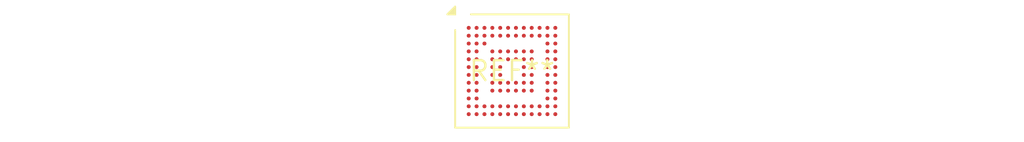
<source format=kicad_pcb>
(kicad_pcb (version 20240108) (generator pcbnew)
  (layers (0 "F.Cu" signal) (31 "B.Cu" signal) (34 "B.Paste" user) (35 "F.Paste" user) (36 "B.SilkS" user "B.Silkscreen") (37 "F.SilkS" user "F.Silkscreen") (38 "B.Mask" user) (39 "F.Mask" user) (44 "Edge.Cuts" user))
  (net 0 "")
  (footprint "Texas_MicroStar_Junior_BGA-113_7.0x7.0mm_Layout12x12_P0.5mm" (layer "F.Cu") (at 0 0)
    (property "Reference" "REF**")
    (property "Value" "Texas_MicroStar_Junior_BGA-113_7.0x7.0mm_Layout12x12_P0.5mm")
    (fp_line (start -3.61 3.61) (end -3.61 -2.61) (layer "F.SilkS") (stroke (width 0.12)))
    (fp_line (start -2.61 -3.61) (end 3.61 -3.61) (layer "F.SilkS") (stroke (width 0.12)))
    (fp_line (start 3.61 -3.61) (end 3.61 3.61) (layer "F.SilkS") (stroke (width 0.12)))
    (fp_line (start 3.61 3.61) (end -3.61 3.61) (layer "F.SilkS") (stroke (width 0.12)))
    (fp_poly (pts (xy -3.61 -3.61) (xy -4.11 -3.61) (xy -3.61 -4.11) (xy -3.61 -3.61)) (layer "F.SilkS") (stroke (width 0.12)) (fill solid))
    (pad "A1" smd circle (at -2.75 -2.75) (size 0.25 0.25) (property pad_prop_bga) (layers "F.Cu" "F.Paste" "F.Mask"))
    (pad "A2" smd circle (at -2.25 -2.75) (size 0.25 0.25) (property pad_prop_bga) (layers "F.Cu" "F.Paste" "F.Mask"))
    (pad "A3" smd circle (at -1.75 -2.75) (size 0.25 0.25) (property pad_prop_bga) (layers "F.Cu" "F.Paste" "F.Mask"))
    (pad "A4" smd circle (at -1.25 -2.75) (size 0.25 0.25) (property pad_prop_bga) (layers "F.Cu" "F.Paste" "F.Mask"))
    (pad "A5" smd circle (at -0.75 -2.75) (size 0.25 0.25) (property pad_prop_bga) (layers "F.Cu" "F.Paste" "F.Mask"))
    (pad "A6" smd circle (at -0.25 -2.75) (size 0.25 0.25) (property pad_prop_bga) (layers "F.Cu" "F.Paste" "F.Mask"))
    (pad "A7" smd circle (at 0.25 -2.75) (size 0.25 0.25) (property pad_prop_bga) (layers "F.Cu" "F.Paste" "F.Mask"))
    (pad "A8" smd circle (at 0.75 -2.75) (size 0.25 0.25) (property pad_prop_bga) (layers "F.Cu" "F.Paste" "F.Mask"))
    (pad "A9" smd circle (at 1.25 -2.75) (size 0.25 0.25) (property pad_prop_bga) (layers "F.Cu" "F.Paste" "F.Mask"))
    (pad "A10" smd circle (at 1.75 -2.75) (size 0.25 0.25) (property pad_prop_bga) (layers "F.Cu" "F.Paste" "F.Mask"))
    (pad "A11" smd circle (at 2.25 -2.75) (size 0.25 0.25) (property pad_prop_bga) (layers "F.Cu" "F.Paste" "F.Mask"))
    (pad "A12" smd circle (at 2.75 -2.75) (size 0.25 0.25) (property pad_prop_bga) (layers "F.Cu" "F.Paste" "F.Mask"))
    (pad "B1" smd circle (at -2.75 -2.25) (size 0.25 0.25) (property pad_prop_bga) (layers "F.Cu" "F.Paste" "F.Mask"))
    (pad "B2" smd circle (at -2.25 -2.25) (size 0.25 0.25) (property pad_prop_bga) (layers "F.Cu" "F.Paste" "F.Mask"))
    (pad "B3" smd circle (at -1.75 -2.25) (size 0.25 0.25) (property pad_prop_bga) (layers "F.Cu" "F.Paste" "F.Mask"))
    (pad "B4" smd circle (at -1.25 -2.25) (size 0.25 0.25) (property pad_prop_bga) (layers "F.Cu" "F.Paste" "F.Mask"))
    (pad "B5" smd circle (at -0.75 -2.25) (size 0.25 0.25) (property pad_prop_bga) (layers "F.Cu" "F.Paste" "F.Mask"))
    (pad "B6" smd circle (at -0.25 -2.25) (size 0.25 0.25) (property pad_prop_bga) (layers "F.Cu" "F.Paste" "F.Mask"))
    (pad "B7" smd circle (at 0.25 -2.25) (size 0.25 0.25) (property pad_prop_bga) (layers "F.Cu" "F.Paste" "F.Mask"))
    (pad "B8" smd circle (at 0.75 -2.25) (size 0.25 0.25) (property pad_prop_bga) (layers "F.Cu" "F.Paste" "F.Mask"))
    (pad "B9" smd circle (at 1.25 -2.25) (size 0.25 0.25) (property pad_prop_bga) (layers "F.Cu" "F.Paste" "F.Mask"))
    (pad "B10" smd circle (at 1.75 -2.25) (size 0.25 0.25) (property pad_prop_bga) (layers "F.Cu" "F.Paste" "F.Mask"))
    (pad "B11" smd circle (at 2.25 -2.25) (size 0.25 0.25) (property pad_prop_bga) (layers "F.Cu" "F.Paste" "F.Mask"))
    (pad "B12" smd circle (at 2.75 -2.25) (size 0.25 0.25) (property pad_prop_bga) (layers "F.Cu" "F.Paste" "F.Mask"))
    (pad "C1" smd circle (at -2.75 -1.75) (size 0.25 0.25) (property pad_prop_bga) (layers "F.Cu" "F.Paste" "F.Mask"))
    (pad "C2" smd circle (at -2.25 -1.75) (size 0.25 0.25) (property pad_prop_bga) (layers "F.Cu" "F.Paste" "F.Mask"))
    (pad "C3" smd circle (at -1.75 -1.75) (size 0.25 0.25) (property pad_prop_bga) (layers "F.Cu" "F.Paste" "F.Mask"))
    (pad "C11" smd circle (at 2.25 -1.75) (size 0.25 0.25) (property pad_prop_bga) (layers "F.Cu" "F.Paste" "F.Mask"))
    (pad "C12" smd circle (at 2.75 -1.75) (size 0.25 0.25) (property pad_prop_bga) (layers "F.Cu" "F.Paste" "F.Mask"))
    (pad "D1" smd circle (at -2.75 -1.25) (size 0.25 0.25) (property pad_prop_bga) (layers "F.Cu" "F.Paste" "F.Mask"))
    (pad "D2" smd circle (at -2.25 -1.25) (size 0.25 0.25) (property pad_prop_bga) (layers "F.Cu" "F.Paste" "F.Mask"))
    (pad "D4" smd circle (at -1.25 -1.25) (size 0.25 0.25) (property pad_prop_bga) (layers "F.Cu" "F.Paste" "F.Mask"))
    (pad "D5" smd circle (at -0.75 -1.25) (size 0.25 0.25) (property pad_prop_bga) (layers "F.Cu" "F.Paste" "F.Mask"))
    (pad "D6" smd circle (at -0.25 -1.25) (size 0.25 0.25) (property pad_prop_bga) (layers "F.Cu" "F.Paste" "F.Mask"))
    (pad "D7" smd circle (at 0.25 -1.25) (size 0.25 0.25) (property pad_prop_bga) (layers "F.Cu" "F.Paste" "F.Mask"))
    (pad "D8" smd circle (at 0.75 -1.25) (size 0.25 0.25) (property pad_prop_bga) (layers "F.Cu" "F.Paste" "F.Mask"))
    (pad "D9" smd circle (at 1.25 -1.25) (size 0.25 0.25) (property pad_prop_bga) (layers "F.Cu" "F.Paste" "F.Mask"))
    (pad "D11" smd circle (at 2.25 -1.25) (size 0.25 0.25) (property pad_prop_bga) (layers "F.Cu" "F.Paste" "F.Mask"))
    (pad "D12" smd circle (at 2.75 -1.25) (size 0.25 0.25) (property pad_prop_bga) (layers "F.Cu" "F.Paste" "F.Mask"))
    (pad "E1" smd circle (at -2.75 -0.75) (size 0.25 0.25) (property pad_prop_bga) (layers "F.Cu" "F.Paste" "F.Mask"))
    (pad "E2" smd circle (at -2.25 -0.75) (size 0.25 0.25) (property pad_prop_bga) (layers "F.Cu" "F.Paste" "F.Mask"))
    (pad "E4" smd circle (at -1.25 -0.75) (size 0.25 0.25) (property pad_prop_bga) (layers "F.Cu" "F.Paste" "F.Mask"))
    (pad "E5" smd circle (at -0.75 -0.75) (size 0.25 0.25) (property pad_prop_bga) (layers "F.Cu" "F.Paste" "F.Mask"))
    (pad "E6" smd circle (at -0.25 -0.75) (size 0.25 0.25) (property pad_prop_bga) (layers "F.Cu" "F.Paste" "F.Mask"))
    (pad "E7" smd circle (at 0.25 -0.75) (size 0.25 0.25) (property pad_prop_bga) (layers "F.Cu" "F.Paste" "F.Mask"))
    (pad "E8" smd circle (at 0.75 -0.75) (size 0.25 0.25) (property pad_prop_bga) (layers "F.Cu" "F.Paste" "F.Mask"))
    (pad "E9" smd circle (at 1.25 -0.75) (size 0.25 0.25) (property pad_prop_bga) (layers "F.Cu" "F.Paste" "F.Mask"))
    (pad "E11" smd circle (at 2.25 -0.75) (size 0.25 0.25) (property pad_prop_bga) (layers "F.Cu" "F.Paste" "F.Mask"))
    (pad "E12" smd circle (at 2.75 -0.75) (size 0.25 0.25) (property pad_prop_bga) (layers "F.Cu" "F.Paste" "F.Mask"))
    (pad "F1" smd circle (at -2.75 -0.25) (size 0.25 0.25) (property pad_prop_bga) (layers "F.Cu" "F.Paste" "F.Mask"))
    (pad "F2" smd circle (at -2.25 -0.25) (size 0.25 0.25) (property pad_prop_bga) (layers "F.Cu" "F.Paste" "F.Mask"))
    (pad "F4" smd circle (at -1.25 -0.25) (size 0.25 0.25) (property pad_prop_bga) (layers "F.Cu" "F.Paste" "F.Mask"))
    (pad "F5" smd circle (at -0.75 -0.25) (size 0.25 0.25) (property pad_prop_bga) (layers "F.Cu" "F.Paste" "F.Mask"))
    (pad "F8" smd circle (at 0.75 -0.25) (size 0.25 0.25) (property pad_prop_bga) (layers "F.Cu" "F.Paste" "F.Mask"))
    (pad "F9" smd circle (at 1.25 -0.25) (size 0.25 0.25) (property pad_prop_bga) (layers "F.Cu" "F.Paste" "F.Mask"))
    (pad "F11" smd circle (at 2.25 -0.25) (size 0.25 0.25) (property pad_prop_bga) (layers "F.Cu" "F.Paste" "F.Mask"))
    (pad "F12" smd circle (at 2.75 -0.25) (size 0.25 0.25) (property pad_prop_bga) (layers "F.Cu" "F.Paste" "F.Mask"))
    (pad "G1" smd circle (at -2.75 0.25) (size 0.25 0.25) (property pad_prop_bga) (layers "F.Cu" "F.Paste" "F.Mask"))
    (pad "G2" smd circle (at -2.25 0.25) (size 0.25 0.25) (property pad_prop_bga) (layers "F.Cu" "F.Paste" "F.Mask"))
    (pad "G4" smd circle (at -1.25 0.25) (size 0.25 0.25) (property pad_prop_bga) (layers "F.Cu" "F.Paste" "F.Mask"))
    (pad "G5" smd circle (at -0.75 0.25) (size 0.25 0.25) (property pad_prop_bga) (layers "F.Cu" "F.Paste" "F.Mask"))
    (pad "G8" smd circle (at 0.75 0.25) (size 0.25 0.25) (property pad_prop_bga) (layers "F.Cu" "F.Paste" "F.Mask"))
    (pad "G9" smd circle (at 1.25 0.25) (size 0.25 0.25) (property pad_prop_bga) (layers "F.Cu" "F.Paste" "F.Mask"))
    (pad "G11" smd circle (at 2.25 0.25) (size 0.25 0.25) (property pad_prop_bga) (layers "F.Cu" "F.Paste" "F.Mask"))
    (pad "G12" smd circle (at 2.75 0.25) (size 0.25 0.25) (property pad_prop_bga) (layers "F.Cu" "F.Paste" "F.Mask"))
    (pad "H1" smd circle (at -2.75 0.75) (size 0.25 0.25) (property pad_prop_bga) (layers "F.Cu" "F.Paste" "F.Mask"))
    (pad "H2" smd circle (at -2.25 0.75) (size 0.25 0.25) (property pad_prop_bga) (layers "F.Cu" "F.Paste" "F.Mask"))
    (pad "H4" smd circle (at -1.25 0.75) (size 0.25 0.25) (property pad_prop_bga) (layers "F.Cu" "F.Paste" "F.Mask"))
    (pad "H5" smd circle (at -0.75 0.75) (size 0.25 0.25) (property pad_prop_bga) (layers "F.Cu" "F.Paste" "F.Mask"))
    (pad "H6" smd circle (at -0.25 0.75) (size 0.25 0.25) (property pad_prop_bga) (layers "F.Cu" "F.Paste" "F.Mask"))
    (pad "H7" smd circle (at 0.25 0.75) (size 0.25 0.25) (property pad_prop_bga) (layers "F.Cu" "F.Paste" "F.Mask"))
    (pad "H8" smd circle (at 0.75 0.75) (size 0.25 0.25) (property pad_prop_bga) (layers "F.Cu" "F.Paste" "F.Mask"))
    (pad "H9" smd circle (at 1.25 0.75) (size 0.25 0.25) (property pad_prop_bga) (layers "F.Cu" "F.Paste" "F.Mask"))
    (pad "H11" smd circle (at 2.25 0.75) (size 0.25 0.25) (property pad_prop_bga) (layers "F.Cu" "F.Paste" "F.Mask"))
    (pad "H12" smd circle (at 2.75 0.75) (size 0.25 0.25) (property pad_prop_bga) (layers "F.Cu" "F.Paste" "F.Mask"))
    (pad "J1" smd circle (at -2.75 1.25) (size 0.25 0.25) (property pad_prop_bga) (layers "F.Cu" "F.Paste" "F.Mask"))
    (pad "J2" smd circle (at -2.25 1.25) (size 0.25 0.25) (property pad_prop_bga) (layers "F.Cu" "F.Paste" "F.Mask"))
    (pad "J4" smd circle (at -1.25 1.25) (size 0.25 0.25) (property pad_prop_bga) (layers "F.Cu" "F.Paste" "F.Mask"))
    (pad "J5" smd circle (at -0.75 1.25) (size 0.25 0.25) (property pad_prop_bga) (layers "F.Cu" "F.Paste" "F.Mask"))
    (pad "J6" smd circle (at -0.25 1.25) (size 0.25 0.25) (property pad_prop_bga) (layers "F.Cu" "F.Paste" "F.Mask"))
    (pad "J7" smd circle (at 0.25 1.25) (size 0.25 0.25) (property pad_prop_bga) (layers "F.Cu" "F.Paste" "F.Mask"))
    (pad "J8" smd circle (at 0.75 1.25) (size 0.25 0.25) (property pad_prop_bga) (layers "F.Cu" "F.Paste" "F.Mask"))
    (pad "J9" smd circle (at 1.25 1.25) (size 0.25 0.25) (property pad_prop_bga) (layers "F.Cu" "F.Paste" "F.Mask"))
    (pad "J11" smd circle (at 2.25 1.25) (size 0.25 0.25) (property pad_prop_bga) (layers "F.Cu" "F.Paste" "F.Mask"))
    (pad "J12" smd circle (at 2.75 1.25) (size 0.25 0.25) (property pad_prop_bga) (layers "F.Cu" "F.Paste" "F.Mask"))
    (pad "K1" smd circle (at -2.75 1.75) (size 0.25 0.25) (property pad_prop_bga) (layers "F.Cu" "F.Paste" "F.Mask"))
    (pad "K2" smd circle (at -2.25 1.75) (size 0.25 0.25) (property pad_prop_bga) (layers "F.Cu" "F.Paste" "F.Mask"))
    (pad "K11" smd circle (at 2.25 1.75) (size 0.25 0.25) (property pad_prop_bga) (layers "F.Cu" "F.Paste" "F.Mask"))
    (pad "K12" smd circle (at 2.75 1.75) (size 0.25 0.25) (property pad_prop_bga) (layers "F.Cu" "F.Paste" "F.Mask"))
    (pad "L1" smd circle (at -2.75 2.25) (size 0.25 0.25) (property pad_prop_bga) (layers "F.Cu" "F.Paste" "F.Mask"))
    (pad "L2" smd circle (at -2.25 2.25) (size 0.25 0.25) (property pad_prop_bga) (layers "F.Cu" "F.Paste" "F.Mask"))
    (pad "L3" smd circle (at -1.75 2.25) (size 0.25 0.25) (property pad_prop_bga) (layers "F.Cu" "F.Paste" "F.Mask"))
    (pad "L4" smd circle (at -1.25 2.25) (size 0.25 0.25) (property pad_prop_bga) (layers "F.Cu" "F.Paste" "F.Mask"))
    (pad "L5" smd circle (at -0.75 2.25) (size 0.25 0.25) (property pad_prop_bga) (layers "F.Cu" "F.Paste" "F.Mask"))
    (pad "L6" smd circle (at -0.25 2.25) (size 0.25 0.25) (property pad_prop_bga) (layers "F.Cu" "F.Paste" "F.Mask"))
    (pad "L7" smd circle (at 0.25 2.25) (size 0.25 0.25) (property pad_prop_bga) (layers "F.Cu" "F.Paste" "F.Mask"))
    (pad "L8" smd circle (at 0.75 2.25) (size 0.25 0.25) (property pad_prop_bga) (layers "F.Cu" "F.Paste" "F.Mask"))
    (pad "L9" smd circle (at 1.25 2.25) (size 0.25 0.25) (property pad_prop_bga) (layers "F.Cu" "F.Paste" "F.Mask"))
    (pad "L10" smd circle (at 1.75 2.25) (size 0.25 0.25) (property pad_prop_bga) (layers "F.Cu" "F.Paste" "F.Mask"))
    (pad "L11" smd circle (at 2.25 2.25) (size 0.25 0.25) (property pad_prop_bga) (layers "F.Cu" "F.Paste" "F.Mask"))
    (pad "L12" smd circle (at 2.75 2.25) (size 0.25 0.25) (property pad_prop_bga) (layers "F.Cu" "F.Paste" "F.Mask"))
    (pad "M1" smd circle (at -2.75 2.75) (size 0.25 0.25) (property pad_prop_bga) (layers "F.Cu" "F.Paste" "F.Mask"))
    (pad "M2" smd circle (at -2.25 2.75) (size 0.25 0.25) (property pad_prop_bga) (layers "F.Cu" "F.Paste" "F.Mask"))
    (pad "M3" smd circle (at -1.75 2.75) (size 0.25 0.25) (property pad_prop_bga) (layers "F.Cu" "F.Paste" "F.Mask"))
    (pad "M4" smd circle (at -1.25 2.75) (size 0.25 0.25) (property pad_prop_bga) (layers "F.Cu" "F.Paste" "F.Mask"))
    (pad "M5" smd circle (at -0.75 2.75) (size 0.25 0.25) (property pad_prop_bga) (layers "F.Cu" "F.Paste" "F.Mask"))
    (pad "M6" smd circle (at -0.25 2.75) (size 0.25 0.25) (property pad_prop_bga) (layers "F.Cu" "F.Paste" "F.Mask"))
    (pad "M7" smd circle (at 0.25 2.75) (size 0.25 0.25) (property pad_prop_bga) (layers "F.Cu" "F.Paste" "F.Mask"))
    (pad "M8" smd circle (at 0.75 2.75) (size 0.25 0.25) (property pad_prop_bga) (layers "F.Cu" "F.Paste" "F.Mask"))
    (pad "M9" smd circle (at 1.25 2.75) (size 0.25 0.25) (property pad_prop_bga) (layers "F.Cu" "F.Paste" "F.Mask"))
    (pad "M10" smd circle (at 1.75 2.75) (size 0.25 0.25) (property pad_prop_bga) (layers "F.Cu" "F.Paste" "F.Mask"))
    (pad "M11" smd circle (at 2.25 2.75) (size 0.25 0.25) (property pad_prop_bga) (layers "F.Cu" "F.Paste" "F.Mask"))
    (pad "M12" smd circle (at 2.75 2.75) (size 0.25 0.25) (property pad_prop_bga) (layers "F.Cu" "F.Paste" "F.Mask"))
  )
)
</source>
